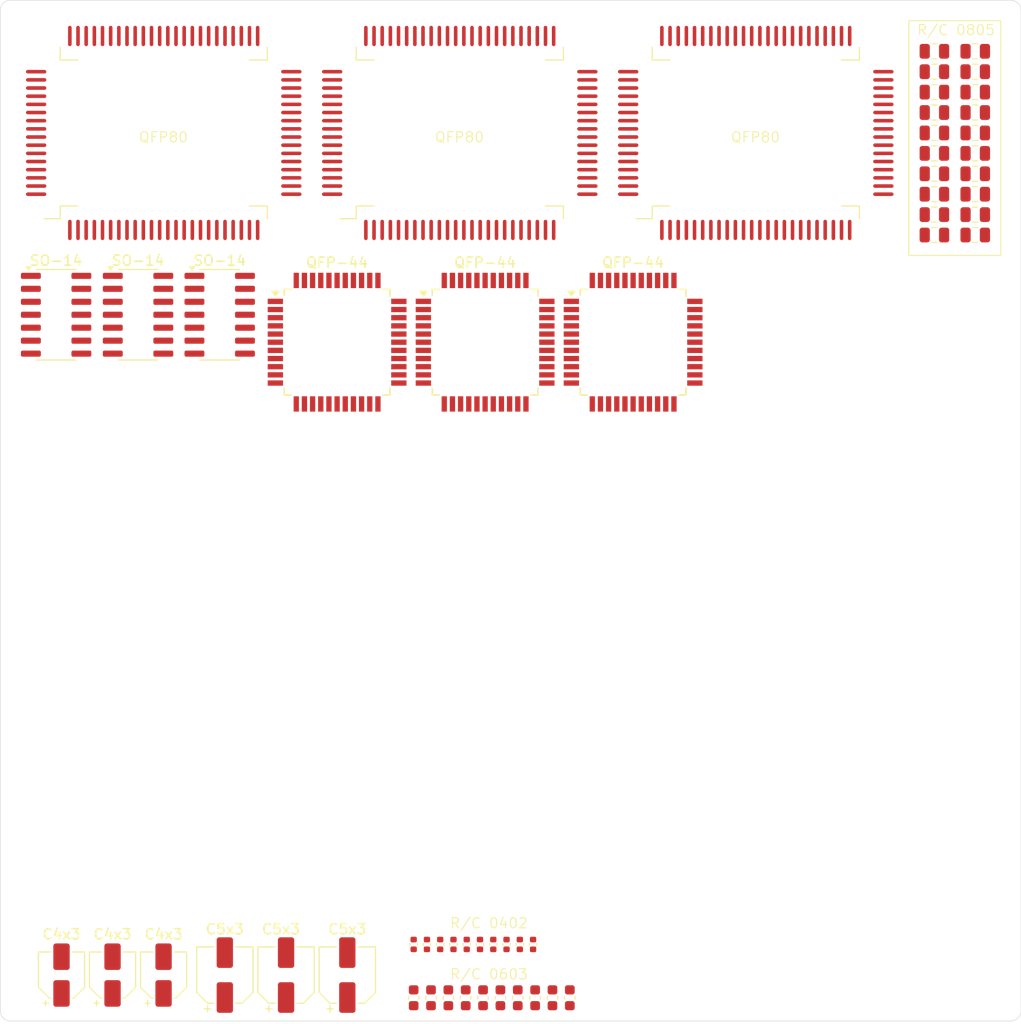
<source format=kicad_pcb>
(kicad_pcb
	(version 20241229)
	(generator "pcbnew")
	(generator_version "9.0")
	(general
		(thickness 1.6)
		(legacy_teardrops no)
	)
	(paper "A4")
	(layers
		(0 "F.Cu" signal)
		(2 "B.Cu" signal)
		(9 "F.Adhes" user "F.Adhesive")
		(11 "B.Adhes" user "B.Adhesive")
		(13 "F.Paste" user)
		(15 "B.Paste" user)
		(5 "F.SilkS" user "F.Silkscreen")
		(7 "B.SilkS" user "B.Silkscreen")
		(1 "F.Mask" user)
		(3 "B.Mask" user)
		(17 "Dwgs.User" user "User.Drawings")
		(19 "Cmts.User" user "User.Comments")
		(21 "Eco1.User" user "User.Eco1")
		(23 "Eco2.User" user "User.Eco2")
		(25 "Edge.Cuts" user)
		(27 "Margin" user)
		(31 "F.CrtYd" user "F.Courtyard")
		(29 "B.CrtYd" user "B.Courtyard")
		(35 "F.Fab" user)
		(33 "B.Fab" user)
		(39 "User.1" user)
		(41 "User.2" user)
		(43 "User.3" user)
		(45 "User.4" user)
	)
	(setup
		(pad_to_mask_clearance 0)
		(allow_soldermask_bridges_in_footprints no)
		(tenting front back)
		(pcbplotparams
			(layerselection 0x00000000_00000000_55555555_5755f5ff)
			(plot_on_all_layers_selection 0x00000000_00000000_00000000_00000000)
			(disableapertmacros no)
			(usegerberextensions no)
			(usegerberattributes yes)
			(usegerberadvancedattributes yes)
			(creategerberjobfile yes)
			(dashed_line_dash_ratio 12.000000)
			(dashed_line_gap_ratio 3.000000)
			(svgprecision 4)
			(plotframeref no)
			(mode 1)
			(useauxorigin no)
			(hpglpennumber 1)
			(hpglpenspeed 20)
			(hpglpendiameter 15.000000)
			(pdf_front_fp_property_popups yes)
			(pdf_back_fp_property_popups yes)
			(pdf_metadata yes)
			(pdf_single_document no)
			(dxfpolygonmode yes)
			(dxfimperialunits yes)
			(dxfusepcbnewfont yes)
			(psnegative no)
			(psa4output no)
			(plot_black_and_white yes)
			(plotinvisibletext no)
			(sketchpadsonfab no)
			(plotpadnumbers no)
			(hidednponfab no)
			(sketchdnponfab yes)
			(crossoutdnponfab yes)
			(subtractmaskfromsilk no)
			(outputformat 1)
			(mirror no)
			(drillshape 1)
			(scaleselection 1)
			(outputdirectory "")
		)
	)
	(net 0 "")
	(footprint "Capacitor_SMD:C_0805_2012Metric" (layer "F.Cu") (at 135.517262 53))
	(footprint "Capacitor_SMD:C_0402_1005Metric" (layer "F.Cu") (at 84.4 122.5 90))
	(footprint "Capacitor_SMD:CP_Elec_5x3" (layer "F.Cu") (at 62 125.5 90))
	(footprint "Capacitor_SMD:C_0402_1005Metric" (layer "F.Cu") (at 81.8 122.5 90))
	(footprint "Capacitor_SMD:C_0603_1608Metric" (layer "F.Cu") (at 90.7 127.725 90))
	(footprint "Capacitor_SMD:C_0603_1608Metric" (layer "F.Cu") (at 85.6 127.725 90))
	(footprint "Capacitor_SMD:C_0805_2012Metric" (layer "F.Cu") (at 131.517262 43))
	(footprint "Capacitor_SMD:C_0805_2012Metric" (layer "F.Cu") (at 135.517262 37))
	(footprint "Package_FP:QFP-80_20x14_Pitch0.8mm" (layer "F.Cu") (at 85.017262 43))
	(footprint "Capacitor_SMD:C_0805_2012Metric" (layer "F.Cu") (at 131.517262 39))
	(footprint "Capacitor_SMD:C_0805_2012Metric" (layer "F.Cu") (at 135.517262 39))
	(footprint "Capacitor_SMD:C_0805_2012Metric" (layer "F.Cu") (at 131.517262 49))
	(footprint "Capacitor_SMD:C_0805_2012Metric" (layer "F.Cu") (at 131.517262 45))
	(footprint "Capacitor_SMD:C_0603_1608Metric" (layer "F.Cu") (at 83.9 127.725 90))
	(footprint "Package_QFP:PQFP-44_10x10mm_P0.8mm" (layer "F.Cu") (at 87.5 63.5))
	(footprint "Capacitor_SMD:C_0603_1608Metric" (layer "F.Cu") (at 89 127.725 90))
	(footprint "Capacitor_SMD:CP_Elec_5x3" (layer "F.Cu") (at 68 125.5 90))
	(footprint "Capacitor_SMD:CP_Elec_4x3" (layer "F.Cu") (at 46 125.5 90))
	(footprint "Capacitor_SMD:C_0603_1608Metric" (layer "F.Cu") (at 94.1 127.725 90))
	(footprint "Capacitor_SMD:C_0402_1005Metric" (layer "F.Cu") (at 87 122.5 90))
	(footprint "Capacitor_SMD:C_0805_2012Metric" (layer "F.Cu") (at 135.517262 51))
	(footprint "Capacitor_SMD:C_0402_1005Metric" (layer "F.Cu") (at 90.9 122.5 90))
	(footprint "Capacitor_SMD:C_0402_1005Metric" (layer "F.Cu") (at 92.2 122.5 90))
	(footprint "Capacitor_SMD:C_0402_1005Metric" (layer "F.Cu") (at 85.7 122.5 90))
	(footprint "Capacitor_SMD:C_0805_2012Metric" (layer "F.Cu") (at 135.517262 35))
	(footprint "Capacitor_SMD:C_0402_1005Metric" (layer "F.Cu") (at 89.6 122.5 90))
	(footprint "Capacitor_SMD:CP_Elec_4x3" (layer "F.Cu") (at 56 125.5 90))
	(footprint "Capacitor_SMD:C_0402_1005Metric" (layer "F.Cu") (at 83.1 122.5 90))
	(footprint "Capacitor_SMD:C_0603_1608Metric" (layer "F.Cu") (at 92.4 127.725 90))
	(footprint "Capacitor_SMD:C_0603_1608Metric" (layer "F.Cu") (at 80.5 127.725 90))
	(footprint "Capacitor_SMD:C_0805_2012Metric" (layer "F.Cu") (at 131.517262 37))
	(footprint "Package_SO:SO-14_3.9x8.65mm_P1.27mm" (layer "F.Cu") (at 53.5 60.81))
	(footprint "Capacitor_SMD:C_0603_1608Metric" (layer "F.Cu") (at 95.8 127.725 90))
	(footprint "Capacitor_SMD:C_0805_2012Metric" (layer "F.Cu") (at 131.517262 47))
	(footprint "Package_QFP:PQFP-44_10x10mm_P0.8mm" (layer "F.Cu") (at 102 63.5))
	(footprint "Capacitor_SMD:C_0805_2012Metric" (layer "F.Cu") (at 131.517262 35))
	(footprint "Capacitor_SMD:CP_Elec_5x3" (layer "F.Cu") (at 74 125.5 90))
	(footprint "Capacitor_SMD:C_0603_1608Metric"
		(layer "F.Cu")
		(uu
... [128042 chars truncated]
</source>
